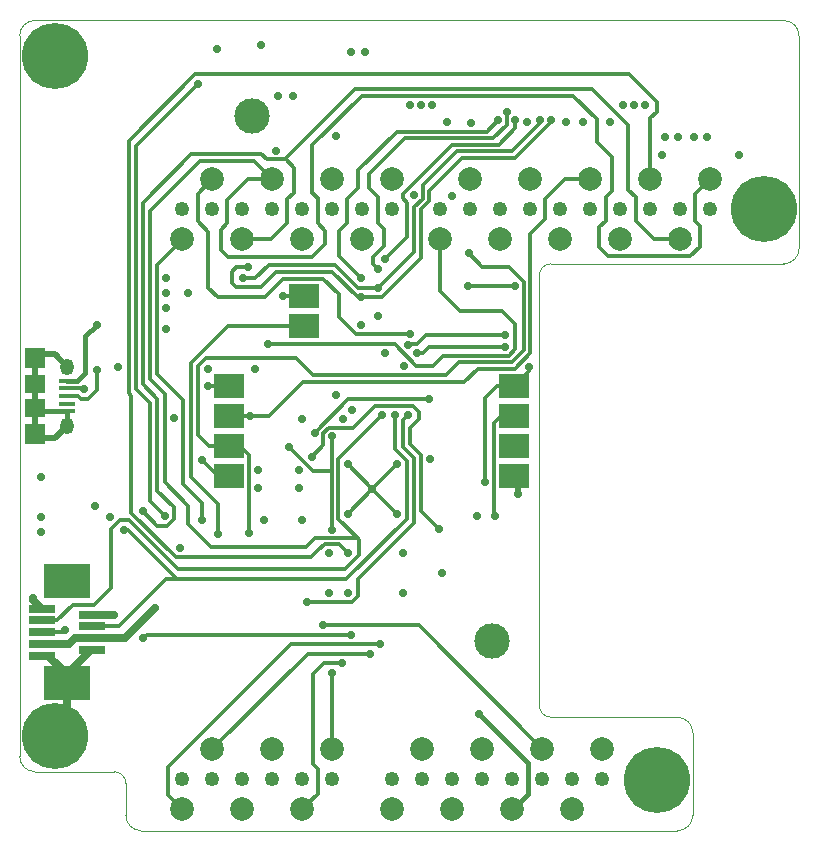
<source format=gtl>
G04 (created by PCBNEW (2013-07-07 BZR 4022)-stable) date 21/06/2014 12:19:05*
%MOIN*%
G04 Gerber Fmt 3.4, Leading zero omitted, Abs format*
%FSLAX34Y34*%
G01*
G70*
G90*
G04 APERTURE LIST*
%ADD10C,0.00590551*%
%ADD11C,0.000393701*%
%ADD12R,0.0866142X0.0275591*%
%ADD13R,0.15748X0.11811*%
%ADD14C,0.0787402*%
%ADD15C,0.0492126*%
%ADD16R,0.0531496X0.0177165*%
%ADD17O,0.0452756X0.0551181*%
%ADD18R,0.0669291X0.0669291*%
%ADD19R,0.0669291X0.0590551*%
%ADD20C,0.11811*%
%ADD21R,0.0984252X0.0787402*%
%ADD22C,0.220472*%
%ADD23C,0.0275591*%
%ADD24C,0.015748*%
%ADD25C,0.019685*%
%ADD26C,0.0275591*%
%ADD27C,0.011811*%
G04 APERTURE END LIST*
G54D10*
G54D11*
X42173Y-51606D02*
X42173Y-27590D01*
X42173Y-27590D02*
G75*
G02X42685Y-27078I511J0D01*
G74*
G01*
X45716Y-52511D02*
X45716Y-53574D01*
X42685Y-52118D02*
X45322Y-52118D01*
X67645Y-27078D02*
X42685Y-27078D01*
X68157Y-34677D02*
X68157Y-27590D01*
X59889Y-35188D02*
X67645Y-35188D01*
X59496Y-49913D02*
X59496Y-35582D01*
X64102Y-50307D02*
X59889Y-50307D01*
X64614Y-53574D02*
X64614Y-50818D01*
X46228Y-54086D02*
X64102Y-54086D01*
X45322Y-52118D02*
G75*
G02X45716Y-52511I0J-393D01*
G74*
G01*
X42685Y-52118D02*
G75*
G02X42173Y-51606I0J511D01*
G74*
G01*
X67645Y-27078D02*
G75*
G02X68157Y-27590I0J-511D01*
G74*
G01*
X68157Y-34678D02*
G75*
G02X67645Y-35188I-511J0D01*
G74*
G01*
X59496Y-35581D02*
G75*
G02X59889Y-35188I393J0D01*
G74*
G01*
X59889Y-50307D02*
G75*
G02X59496Y-49913I0J393D01*
G74*
G01*
X64103Y-50307D02*
G75*
G02X64614Y-50818I0J-511D01*
G74*
G01*
X64614Y-53575D02*
G75*
G02X64102Y-54086I-511J0D01*
G74*
G01*
X46227Y-54086D02*
G75*
G02X45716Y-53574I0J511D01*
G74*
G01*
G54D12*
X42921Y-46685D03*
X42921Y-47078D03*
X42921Y-47472D03*
X42921Y-47866D03*
X42921Y-48259D03*
X44574Y-47275D03*
X44574Y-47669D03*
X44574Y-46881D03*
X44574Y-48062D03*
G54D13*
X43748Y-45779D03*
X43748Y-49165D03*
G54D14*
X54602Y-32370D03*
X53602Y-34370D03*
X52602Y-32370D03*
X51602Y-34370D03*
X50602Y-32370D03*
X49602Y-34370D03*
X48602Y-32370D03*
X47602Y-34370D03*
G54D15*
X54602Y-33370D03*
X53602Y-33370D03*
X52602Y-33370D03*
X51602Y-33370D03*
X50602Y-33370D03*
X49602Y-33370D03*
X48602Y-33370D03*
X47602Y-33370D03*
G54D14*
X52602Y-51370D03*
X51602Y-53370D03*
X50602Y-51370D03*
X49602Y-53370D03*
X48602Y-51370D03*
X47602Y-53370D03*
G54D15*
X52602Y-52370D03*
X51602Y-52370D03*
X50602Y-52370D03*
X49602Y-52370D03*
X48602Y-52370D03*
X47602Y-52370D03*
G54D14*
X65202Y-32370D03*
X64202Y-34370D03*
X63202Y-32370D03*
X62202Y-34370D03*
X61202Y-32370D03*
X60202Y-34370D03*
X59202Y-32370D03*
X58202Y-34370D03*
X56202Y-34370D03*
G54D15*
X65202Y-33370D03*
X64202Y-33370D03*
X63202Y-33370D03*
X62202Y-33370D03*
X61202Y-33370D03*
X60202Y-33370D03*
X59202Y-33370D03*
X58202Y-33370D03*
X57202Y-33370D03*
X56202Y-33370D03*
G54D14*
X57202Y-32370D03*
X61602Y-51370D03*
X60602Y-53370D03*
X59602Y-51370D03*
X58602Y-53370D03*
X57602Y-51370D03*
X56602Y-53370D03*
X55602Y-51370D03*
X54602Y-53370D03*
G54D15*
X61602Y-52370D03*
X60602Y-52370D03*
X59602Y-52370D03*
X58602Y-52370D03*
X57602Y-52370D03*
X56602Y-52370D03*
X55602Y-52370D03*
X54602Y-52370D03*
G54D16*
X43767Y-39086D03*
X43767Y-39342D03*
X43767Y-39598D03*
X43767Y-39854D03*
X43767Y-40110D03*
G54D17*
X43767Y-38614D03*
X43767Y-40582D03*
G54D18*
X42704Y-38338D03*
X42704Y-40858D03*
G54D19*
X42704Y-39204D03*
X42704Y-39992D03*
G54D20*
X49905Y-30267D03*
X57905Y-47767D03*
G54D21*
X58649Y-39267D03*
X58649Y-40267D03*
X58649Y-41267D03*
X58649Y-42267D03*
X49161Y-39267D03*
X49161Y-40267D03*
X49161Y-41267D03*
X49161Y-42267D03*
X51641Y-37267D03*
X51641Y-36267D03*
G54D22*
X66976Y-33377D03*
X43354Y-28259D03*
X63433Y-52393D03*
X43354Y-50937D03*
G54D23*
X47795Y-36161D03*
X47066Y-36653D03*
X47066Y-36161D03*
X57224Y-30492D03*
X51476Y-42657D03*
X57480Y-50196D03*
X48740Y-28016D03*
X45196Y-43622D03*
X44685Y-43248D03*
X45314Y-46889D03*
X42637Y-46338D03*
X48444Y-38700D03*
X66141Y-31574D03*
X63602Y-31574D03*
X56240Y-45511D03*
X54960Y-44822D03*
X54133Y-36929D03*
X55846Y-41712D03*
X51476Y-42047D03*
X51574Y-43720D03*
X52952Y-40354D03*
X52500Y-44822D03*
X53110Y-44822D03*
X48129Y-29192D03*
X47007Y-43582D03*
X48779Y-44192D03*
X55807Y-39704D03*
X52007Y-40826D03*
X54271Y-40216D03*
X45669Y-44055D03*
X46279Y-43444D03*
X54704Y-40216D03*
X54370Y-35039D03*
X58700Y-30413D03*
X54114Y-35354D03*
X58405Y-30118D03*
X53543Y-35669D03*
X58129Y-30413D03*
X46692Y-46653D03*
X50452Y-37874D03*
X57696Y-42460D03*
X58681Y-35944D03*
X57106Y-35944D03*
X59153Y-38641D03*
X55137Y-40216D03*
X51751Y-46476D03*
X48267Y-43720D03*
X55177Y-37519D03*
X49822Y-44153D03*
X57145Y-34842D03*
X52598Y-48818D03*
X52913Y-48503D03*
X53858Y-48188D03*
X54173Y-47874D03*
X58366Y-37952D03*
X55413Y-38169D03*
X58011Y-43602D03*
X49625Y-35669D03*
X54133Y-35984D03*
X59507Y-30413D03*
X49783Y-35295D03*
X53543Y-36299D03*
X59881Y-30413D03*
X55137Y-37913D03*
X58366Y-37559D03*
X51909Y-41614D03*
X56141Y-44035D03*
X49842Y-40275D03*
X48267Y-41732D03*
X48464Y-39271D03*
X46299Y-47677D03*
X43700Y-47401D03*
X53228Y-47559D03*
X52598Y-40944D03*
X51161Y-41299D03*
X52578Y-44055D03*
X52283Y-47244D03*
X47047Y-37362D03*
X47066Y-35649D03*
X47519Y-44665D03*
X45452Y-38622D03*
X47322Y-40314D03*
X42874Y-44133D03*
X42874Y-43622D03*
X42893Y-42283D03*
X50314Y-43720D03*
X58779Y-42874D03*
X50019Y-38700D03*
X65098Y-30964D03*
X64665Y-30964D03*
X64114Y-30964D03*
X63681Y-30964D03*
X50964Y-36279D03*
X59094Y-30472D03*
X53543Y-37244D03*
X50216Y-27913D03*
X63011Y-29881D03*
X62657Y-29881D03*
X62283Y-29881D03*
X61870Y-30472D03*
X60964Y-30472D03*
X60374Y-30472D03*
X55925Y-29881D03*
X55551Y-29881D03*
X55177Y-29881D03*
X56437Y-30472D03*
X53700Y-28129D03*
X53228Y-28129D03*
X56594Y-32933D03*
X55314Y-32913D03*
X50708Y-31417D03*
X52736Y-30944D03*
X51279Y-29606D03*
X50787Y-29606D03*
X57421Y-43602D03*
X53110Y-43523D03*
X54763Y-43523D03*
X53110Y-41870D03*
X53937Y-42696D03*
X54763Y-41870D03*
X51594Y-40354D03*
X53267Y-40059D03*
X52736Y-39566D03*
X54980Y-38582D03*
X54370Y-38169D03*
X54960Y-46161D03*
X53110Y-46161D03*
X52500Y-46161D03*
X50118Y-42657D03*
X50118Y-42047D03*
X44744Y-37224D03*
X44744Y-38740D03*
X44311Y-39350D03*
G54D24*
X59114Y-52858D02*
X59114Y-51830D01*
X59114Y-51830D02*
X57480Y-50196D01*
X58602Y-53370D02*
X59114Y-52858D01*
G54D25*
X48740Y-28016D02*
X48740Y-28011D01*
X44685Y-43248D02*
X44685Y-43248D01*
G54D26*
X44574Y-46881D02*
X45307Y-46881D01*
X45307Y-46881D02*
X45314Y-46889D01*
X42921Y-46685D02*
X42637Y-46401D01*
X42637Y-46401D02*
X42637Y-46338D01*
G54D27*
X63202Y-32370D02*
X63202Y-30340D01*
X63405Y-29783D02*
X62500Y-28877D01*
X63405Y-30137D02*
X63405Y-29783D01*
X63202Y-30340D02*
X63405Y-30137D01*
X45885Y-39586D02*
X45885Y-43484D01*
X45885Y-39586D02*
X45807Y-39507D01*
X45807Y-39507D02*
X45807Y-31082D01*
X45807Y-31082D02*
X48011Y-28877D01*
X48011Y-28877D02*
X62500Y-28877D01*
X45885Y-43484D02*
X47381Y-44980D01*
X47381Y-44980D02*
X51889Y-44980D01*
X51889Y-44980D02*
X52125Y-44744D01*
X53110Y-44822D02*
X52814Y-44527D01*
X52814Y-44527D02*
X52342Y-44527D01*
X52342Y-44527D02*
X52125Y-44744D01*
X52125Y-44744D02*
X52125Y-44744D01*
X46043Y-31259D02*
X48110Y-29192D01*
X48110Y-29192D02*
X48129Y-29192D01*
X46515Y-39842D02*
X46515Y-43090D01*
X46515Y-43090D02*
X47007Y-43582D01*
X46515Y-39842D02*
X46043Y-39370D01*
X46043Y-39370D02*
X46043Y-31259D01*
X47874Y-41988D02*
X47874Y-42283D01*
X47874Y-42283D02*
X48779Y-43188D01*
X51877Y-37267D02*
X51688Y-37267D01*
X47874Y-38503D02*
X47874Y-41988D01*
X49114Y-37263D02*
X47874Y-38503D01*
X51692Y-37263D02*
X49114Y-37263D01*
X51688Y-37267D02*
X51692Y-37263D01*
X48779Y-43188D02*
X48779Y-44192D01*
X53129Y-39704D02*
X55807Y-39704D01*
X52007Y-40826D02*
X53129Y-39704D01*
X42921Y-47078D02*
X43433Y-47078D01*
X45236Y-45984D02*
X45236Y-44370D01*
X44665Y-46555D02*
X45236Y-45984D01*
X43956Y-46555D02*
X44665Y-46555D01*
X43433Y-47078D02*
X43956Y-46555D01*
X45511Y-43740D02*
X45807Y-43740D01*
X45236Y-44015D02*
X45511Y-43740D01*
X45236Y-44370D02*
X45236Y-44015D01*
X52795Y-41692D02*
X54271Y-40216D01*
X54271Y-40216D02*
X54271Y-40216D01*
X64842Y-34625D02*
X64842Y-33917D01*
X49775Y-32370D02*
X49094Y-33051D01*
X49094Y-33051D02*
X49094Y-33838D01*
X49094Y-33838D02*
X48877Y-34055D01*
X48877Y-34055D02*
X48877Y-34744D01*
X48877Y-34744D02*
X49114Y-34980D01*
X49114Y-34980D02*
X49429Y-34980D01*
X49429Y-34980D02*
X49429Y-34980D01*
X49429Y-34980D02*
X51909Y-34980D01*
X51909Y-34980D02*
X52362Y-34527D01*
X52362Y-34527D02*
X52362Y-34094D01*
X52362Y-34094D02*
X52106Y-33838D01*
X52106Y-33838D02*
X52106Y-32992D01*
X52106Y-32992D02*
X51929Y-32814D01*
X51929Y-32814D02*
X51929Y-31240D01*
X51929Y-31240D02*
X53582Y-29586D01*
X53582Y-29586D02*
X60629Y-29586D01*
X60629Y-29586D02*
X61417Y-30374D01*
X61417Y-30374D02*
X61417Y-31141D01*
X61417Y-31141D02*
X61909Y-31633D01*
X61909Y-31633D02*
X61909Y-32775D01*
X61909Y-32775D02*
X61712Y-32972D01*
X61712Y-32972D02*
X61712Y-33759D01*
X61712Y-33759D02*
X61496Y-33976D01*
X61496Y-33976D02*
X61496Y-34645D01*
X61496Y-34645D02*
X61791Y-34940D01*
X61791Y-34940D02*
X64527Y-34940D01*
X64527Y-34940D02*
X64842Y-34625D01*
X50602Y-32370D02*
X49775Y-32370D01*
X64704Y-32867D02*
X65202Y-32370D01*
X64704Y-33779D02*
X64704Y-32867D01*
X64842Y-33917D02*
X64704Y-33779D01*
X50602Y-32370D02*
X49984Y-31751D01*
X53425Y-44330D02*
X53405Y-44311D01*
X52007Y-44330D02*
X53425Y-44330D01*
X51712Y-44625D02*
X52007Y-44330D01*
X48543Y-44625D02*
X51712Y-44625D01*
X47775Y-43858D02*
X48543Y-44625D01*
X47775Y-43248D02*
X47775Y-43858D01*
X47007Y-42480D02*
X47775Y-43248D01*
X47007Y-39527D02*
X47007Y-42480D01*
X46515Y-39035D02*
X47007Y-39527D01*
X46515Y-33425D02*
X46515Y-39035D01*
X48188Y-31751D02*
X46515Y-33425D01*
X49984Y-31751D02*
X48188Y-31751D01*
X52795Y-43700D02*
X53405Y-44311D01*
X53405Y-44311D02*
X53503Y-44409D01*
X47440Y-45374D02*
X45807Y-43740D01*
X53011Y-45374D02*
X47440Y-45374D01*
X53503Y-44881D02*
X53011Y-45374D01*
X53503Y-44409D02*
X53503Y-44881D01*
X52795Y-41692D02*
X52795Y-43700D01*
X44574Y-47275D02*
X45480Y-47275D01*
X47055Y-45700D02*
X47421Y-45700D01*
X45480Y-47275D02*
X47055Y-45700D01*
X53346Y-29370D02*
X51043Y-31673D01*
X51043Y-31673D02*
X51043Y-31712D01*
X63307Y-34370D02*
X64202Y-34370D01*
X62716Y-33779D02*
X63307Y-34370D01*
X62716Y-32972D02*
X62716Y-33779D01*
X62460Y-32716D02*
X62716Y-32972D01*
X62460Y-30570D02*
X62460Y-32716D01*
X61259Y-29370D02*
X62460Y-30570D01*
X53346Y-29370D02*
X61259Y-29370D01*
X46279Y-43444D02*
X46751Y-43917D01*
X45775Y-44055D02*
X45669Y-44055D01*
X47421Y-45700D02*
X45775Y-44055D01*
X50551Y-34370D02*
X49602Y-34370D01*
X51102Y-33818D02*
X50551Y-34370D01*
X51102Y-33031D02*
X51102Y-33818D01*
X51318Y-32814D02*
X51102Y-33031D01*
X51318Y-31988D02*
X51318Y-32814D01*
X51043Y-31712D02*
X51318Y-31988D01*
X50413Y-31712D02*
X51043Y-31712D01*
X50236Y-31535D02*
X50413Y-31712D01*
X47893Y-31535D02*
X50236Y-31535D01*
X46279Y-33149D02*
X47893Y-31535D01*
X46279Y-39192D02*
X46279Y-33149D01*
X46771Y-39685D02*
X46279Y-39192D01*
X46771Y-42755D02*
X46771Y-39685D01*
X47322Y-43307D02*
X46771Y-42755D01*
X47322Y-43681D02*
X47322Y-43307D01*
X47086Y-43917D02*
X47322Y-43681D01*
X46751Y-43917D02*
X47086Y-43917D01*
X54704Y-40216D02*
X54704Y-41377D01*
X54704Y-41377D02*
X55078Y-41751D01*
X53059Y-45700D02*
X47421Y-45700D01*
X55078Y-43681D02*
X53059Y-45700D01*
X55078Y-41751D02*
X55078Y-43681D01*
X54370Y-35039D02*
X55098Y-34311D01*
X58700Y-30669D02*
X58700Y-30413D01*
X58149Y-31220D02*
X58700Y-30669D01*
X56594Y-31220D02*
X58149Y-31220D01*
X54960Y-32854D02*
X56594Y-31220D01*
X54960Y-33011D02*
X54960Y-32854D01*
X55098Y-33149D02*
X54960Y-33011D01*
X55098Y-34311D02*
X55098Y-33149D01*
X54114Y-35354D02*
X53956Y-35196D01*
X58405Y-30551D02*
X58405Y-30118D01*
X57952Y-31003D02*
X58405Y-30551D01*
X55019Y-31003D02*
X57952Y-31003D01*
X53818Y-32204D02*
X55019Y-31003D01*
X53818Y-32657D02*
X53818Y-32204D01*
X54114Y-32952D02*
X53818Y-32657D01*
X54114Y-33818D02*
X54114Y-32952D01*
X54330Y-34035D02*
X54114Y-33818D01*
X54330Y-34586D02*
X54330Y-34035D01*
X53956Y-34960D02*
X54330Y-34586D01*
X53956Y-35196D02*
X53956Y-34960D01*
X53454Y-32667D02*
X53454Y-32076D01*
X54744Y-30787D02*
X57755Y-30787D01*
X53454Y-32076D02*
X54744Y-30787D01*
X53543Y-35669D02*
X52814Y-34940D01*
X57755Y-30787D02*
X58129Y-30413D01*
X53090Y-33031D02*
X53454Y-32667D01*
X53090Y-33818D02*
X53090Y-33031D01*
X52814Y-34094D02*
X53090Y-33818D01*
X52814Y-34940D02*
X52814Y-34094D01*
G54D26*
X44574Y-47669D02*
X45677Y-47669D01*
X45677Y-47669D02*
X46692Y-46653D01*
X42921Y-47866D02*
X43826Y-47866D01*
X44023Y-47669D02*
X44574Y-47669D01*
X43826Y-47866D02*
X44023Y-47669D01*
G54D27*
X50452Y-37874D02*
X54685Y-37874D01*
X56202Y-34370D02*
X56202Y-36103D01*
X56202Y-36103D02*
X56850Y-36751D01*
X56850Y-36751D02*
X58267Y-36751D01*
X58267Y-36751D02*
X58700Y-37185D01*
X58700Y-37185D02*
X58700Y-38031D01*
X58700Y-38031D02*
X58484Y-38248D01*
X58484Y-38248D02*
X56299Y-38248D01*
X56299Y-38248D02*
X55964Y-38582D01*
X55964Y-38582D02*
X55393Y-38582D01*
X55393Y-38582D02*
X54685Y-37874D01*
X54685Y-37874D02*
X54685Y-37874D01*
X54685Y-37874D02*
X54685Y-37874D01*
X58094Y-39267D02*
X58649Y-39267D01*
X57696Y-39665D02*
X58094Y-39267D01*
X57696Y-42460D02*
X57696Y-39665D01*
X57106Y-35944D02*
X58681Y-35944D01*
X59153Y-38763D02*
X59153Y-38641D01*
X58649Y-39267D02*
X59153Y-38763D01*
X55137Y-40216D02*
X54940Y-40413D01*
X54940Y-40413D02*
X54940Y-41299D01*
X54940Y-41299D02*
X55314Y-41673D01*
X55314Y-41673D02*
X55314Y-43816D01*
X55314Y-43816D02*
X53444Y-45686D01*
X53444Y-45686D02*
X53444Y-46279D01*
X53444Y-46279D02*
X53248Y-46476D01*
X53248Y-46476D02*
X51751Y-46476D01*
X47618Y-34370D02*
X47602Y-34370D01*
X46751Y-35236D02*
X47618Y-34370D01*
X46751Y-38858D02*
X46751Y-35236D01*
X47637Y-39744D02*
X46751Y-38858D01*
X47637Y-42539D02*
X47637Y-39744D01*
X48267Y-43169D02*
X47637Y-42539D01*
X48267Y-43720D02*
X48267Y-43169D01*
X48789Y-36309D02*
X50344Y-36309D01*
X52814Y-36200D02*
X52814Y-36948D01*
X52303Y-35688D02*
X52814Y-36200D01*
X50964Y-35688D02*
X52303Y-35688D01*
X50344Y-36309D02*
X50964Y-35688D01*
X55177Y-37519D02*
X53385Y-37519D01*
X53385Y-37519D02*
X52814Y-36948D01*
X48110Y-32862D02*
X48602Y-32370D01*
X48110Y-33759D02*
X48110Y-32862D01*
X48464Y-34114D02*
X48110Y-33759D01*
X48464Y-35984D02*
X48464Y-34114D01*
X48789Y-36309D02*
X48464Y-35984D01*
X51968Y-38897D02*
X51397Y-38326D01*
X48472Y-41267D02*
X49515Y-41267D01*
X48110Y-40905D02*
X48472Y-41267D01*
X48110Y-38602D02*
X48110Y-40905D01*
X48385Y-38326D02*
X48110Y-38602D01*
X51397Y-38326D02*
X48385Y-38326D01*
X51968Y-38897D02*
X56377Y-38897D01*
X57598Y-35295D02*
X57145Y-34842D01*
X58484Y-35295D02*
X57598Y-35295D01*
X58976Y-35787D02*
X58484Y-35295D01*
X58976Y-38070D02*
X58976Y-35787D01*
X58582Y-38464D02*
X58976Y-38070D01*
X56811Y-38464D02*
X58582Y-38464D01*
X56377Y-38897D02*
X56811Y-38464D01*
X49515Y-41267D02*
X49822Y-41574D01*
X49822Y-44153D02*
X49822Y-41574D01*
X49822Y-44153D02*
X49822Y-44153D01*
X52598Y-48818D02*
X52598Y-51366D01*
X52598Y-51366D02*
X52602Y-51370D01*
X52106Y-52866D02*
X51602Y-53370D01*
X52106Y-52027D02*
X52106Y-52866D01*
X51948Y-51870D02*
X52106Y-52027D01*
X51948Y-48877D02*
X51948Y-51870D01*
X52322Y-48503D02*
X51948Y-48877D01*
X52913Y-48503D02*
X52322Y-48503D01*
X51783Y-48188D02*
X48602Y-51370D01*
X53858Y-48188D02*
X51783Y-48188D01*
X47125Y-52893D02*
X47602Y-53370D01*
X47125Y-51968D02*
X47125Y-52893D01*
X51220Y-47874D02*
X47125Y-51968D01*
X54173Y-47874D02*
X51220Y-47874D01*
X58649Y-40267D02*
X58236Y-40267D01*
X57992Y-43582D02*
X58011Y-43602D01*
X57992Y-40511D02*
X57992Y-43582D01*
X58236Y-40267D02*
X57992Y-40511D01*
X55413Y-38169D02*
X55610Y-38169D01*
X55610Y-38169D02*
X55826Y-37952D01*
X55826Y-37952D02*
X58366Y-37952D01*
X58011Y-43602D02*
X58011Y-43602D01*
X49625Y-35669D02*
X50019Y-35669D01*
X53444Y-35984D02*
X54133Y-35984D01*
X52677Y-35216D02*
X53444Y-35984D01*
X50472Y-35216D02*
X52677Y-35216D01*
X50019Y-35669D02*
X50472Y-35216D01*
X54133Y-35984D02*
X55334Y-34783D01*
X59507Y-30511D02*
X59507Y-30413D01*
X58582Y-31437D02*
X59507Y-30511D01*
X56751Y-31437D02*
X58582Y-31437D01*
X55610Y-32578D02*
X56751Y-31437D01*
X55610Y-33031D02*
X55610Y-32578D01*
X55334Y-33307D02*
X55610Y-33031D01*
X55334Y-34783D02*
X55334Y-33307D01*
X49399Y-35305D02*
X49773Y-35305D01*
X49773Y-35305D02*
X49783Y-35295D01*
X53444Y-36299D02*
X52598Y-35452D01*
X52598Y-35452D02*
X50728Y-35452D01*
X50728Y-35452D02*
X50216Y-35964D01*
X50216Y-35964D02*
X49389Y-35964D01*
X49389Y-35964D02*
X49251Y-35826D01*
X49251Y-35826D02*
X49251Y-35452D01*
X49251Y-35452D02*
X49399Y-35305D01*
X53543Y-36299D02*
X53444Y-36299D01*
X58690Y-31663D02*
X56919Y-31663D01*
X55570Y-35000D02*
X54271Y-36299D01*
X55570Y-33366D02*
X55570Y-35000D01*
X55826Y-33110D02*
X55570Y-33366D01*
X55826Y-32755D02*
X55826Y-33110D01*
X56919Y-31663D02*
X55826Y-32755D01*
X53543Y-36299D02*
X54271Y-36299D01*
X59881Y-30472D02*
X59881Y-30413D01*
X58700Y-31653D02*
X59881Y-30472D01*
X58700Y-31653D02*
X58700Y-31653D01*
X58690Y-31663D02*
X58700Y-31653D01*
X55413Y-37854D02*
X55708Y-37559D01*
X55196Y-37854D02*
X55413Y-37854D01*
X55137Y-37913D02*
X55196Y-37854D01*
X55708Y-37559D02*
X58366Y-37559D01*
X54389Y-39921D02*
X54015Y-39921D01*
X54015Y-39921D02*
X53287Y-40649D01*
X52303Y-40826D02*
X52303Y-41220D01*
X52303Y-40826D02*
X52480Y-40649D01*
X52480Y-40649D02*
X53287Y-40649D01*
X52303Y-41220D02*
X51909Y-41614D01*
X55551Y-43444D02*
X56141Y-44035D01*
X55551Y-41574D02*
X55551Y-43444D01*
X55177Y-41200D02*
X55551Y-41574D01*
X55177Y-40669D02*
X55177Y-41200D01*
X55472Y-40374D02*
X55177Y-40669D01*
X55472Y-40118D02*
X55472Y-40374D01*
X55275Y-39921D02*
X55472Y-40118D01*
X54389Y-39921D02*
X55275Y-39921D01*
X58681Y-38681D02*
X57440Y-38681D01*
X57440Y-38681D02*
X56978Y-39143D01*
X51624Y-39143D02*
X56978Y-39143D01*
X50492Y-40275D02*
X51624Y-39143D01*
X49842Y-40275D02*
X50492Y-40275D01*
X59192Y-38169D02*
X59192Y-34212D01*
X58681Y-38681D02*
X59192Y-38169D01*
X61202Y-32370D02*
X60366Y-32370D01*
X59704Y-33700D02*
X59192Y-34212D01*
X59704Y-33031D02*
X59704Y-33700D01*
X60366Y-32370D02*
X59704Y-33031D01*
X49834Y-40267D02*
X49161Y-40267D01*
X49842Y-40275D02*
X49834Y-40267D01*
X48803Y-42267D02*
X49161Y-42267D01*
X48803Y-42267D02*
X48267Y-41732D01*
X49161Y-39267D02*
X48468Y-39267D01*
X48468Y-39267D02*
X48464Y-39271D01*
X42921Y-47472D02*
X43629Y-47472D01*
X46417Y-47559D02*
X47874Y-47559D01*
X46299Y-47677D02*
X46417Y-47559D01*
X43629Y-47472D02*
X43700Y-47401D01*
X47874Y-47559D02*
X50688Y-47559D01*
X53228Y-47559D02*
X50688Y-47559D01*
X52578Y-40964D02*
X52578Y-41633D01*
X52598Y-40944D02*
X52578Y-40964D01*
X52578Y-42106D02*
X51968Y-42106D01*
X51968Y-42106D02*
X51161Y-41299D01*
X52578Y-41633D02*
X52578Y-42106D01*
X52578Y-42106D02*
X52578Y-44055D01*
X55476Y-47244D02*
X59602Y-51370D01*
X52283Y-47244D02*
X55476Y-47244D01*
G54D26*
X44574Y-48062D02*
X44555Y-48062D01*
X44555Y-48062D02*
X43748Y-48870D01*
X42921Y-48259D02*
X43137Y-48259D01*
X43137Y-48259D02*
X43748Y-48870D01*
X43748Y-48870D02*
X43748Y-50543D01*
X43748Y-50543D02*
X43354Y-50937D01*
G54D25*
X58649Y-42267D02*
X58779Y-42397D01*
X58779Y-42397D02*
X58779Y-42874D01*
G54D24*
X43767Y-40110D02*
X43767Y-40582D01*
X43767Y-40110D02*
X42822Y-40110D01*
X42822Y-40110D02*
X42704Y-39992D01*
G54D25*
X42704Y-39992D02*
X42704Y-40996D01*
X42704Y-39204D02*
X42704Y-39992D01*
X42704Y-38200D02*
X42704Y-39204D01*
X42704Y-40996D02*
X43354Y-40996D01*
X43354Y-40996D02*
X43767Y-40582D01*
X42704Y-38200D02*
X43354Y-38200D01*
X43354Y-38200D02*
X43767Y-38614D01*
G54D27*
X50964Y-36279D02*
X51629Y-36279D01*
X51629Y-36279D02*
X51641Y-36267D01*
X53937Y-42696D02*
X53110Y-43523D01*
X53937Y-42696D02*
X54763Y-43523D01*
X53937Y-42696D02*
X53110Y-41870D01*
X53937Y-42696D02*
X54763Y-41870D01*
G54D24*
X43767Y-39086D02*
X44102Y-39086D01*
X44370Y-37598D02*
X44744Y-37224D01*
X44370Y-38818D02*
X44370Y-37598D01*
X44102Y-39086D02*
X44370Y-38818D01*
G54D27*
X44125Y-39598D02*
X44212Y-39685D01*
X44212Y-39685D02*
X44448Y-39685D01*
X44448Y-39685D02*
X44744Y-39389D01*
X44744Y-39389D02*
X44744Y-38740D01*
X43767Y-39598D02*
X44125Y-39598D01*
G54D24*
X44303Y-39342D02*
X44311Y-39350D01*
G54D27*
X43767Y-39342D02*
X44303Y-39342D01*
M02*

</source>
